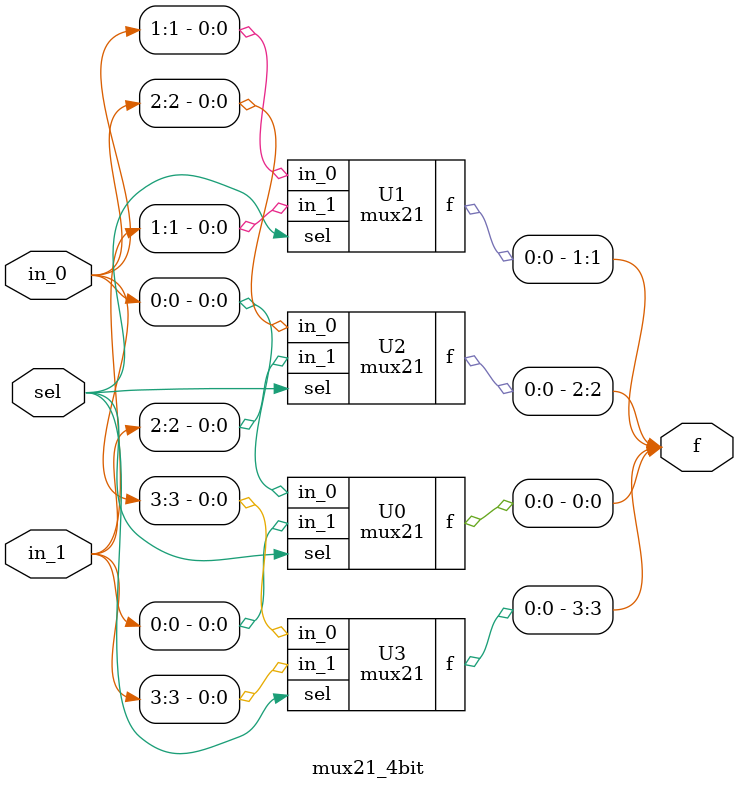
<source format=v>
module mux21 (
  input sel, in_0, in_1,
  output f
);

  assign f = sel ? in_1 : in_0;

endmodule

module mux21_4bit (
  input sel,
  input [3:0] in_0, in_1,
  output [3:0] f
);

  mux21 U0 ( sel, in_0[0], in_1[0], f[0] );
  mux21 U1 ( sel, in_0[1], in_1[1], f[1] );
  mux21 U2 ( sel, in_0[2], in_1[2], f[2] );
  mux21 U3 ( sel, in_0[3], in_1[3], f[3] );

endmodule

</source>
